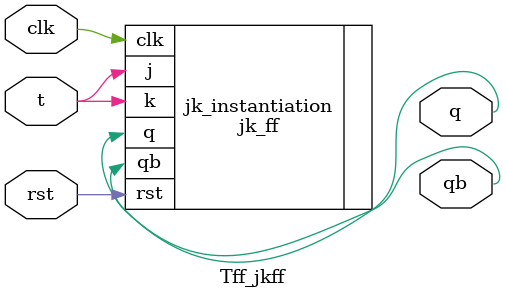
<source format=v>
`include "jk_ff.v"
module Tff_jkff(t,clk,rst,q,qb);
  input t,clk,rst;
  output q,qb;
  jk_ff jk_instantiation(.j(t),.k(t),.clk(clk),.rst(rst),.q(q),.qb(qb));
endmodule

</source>
